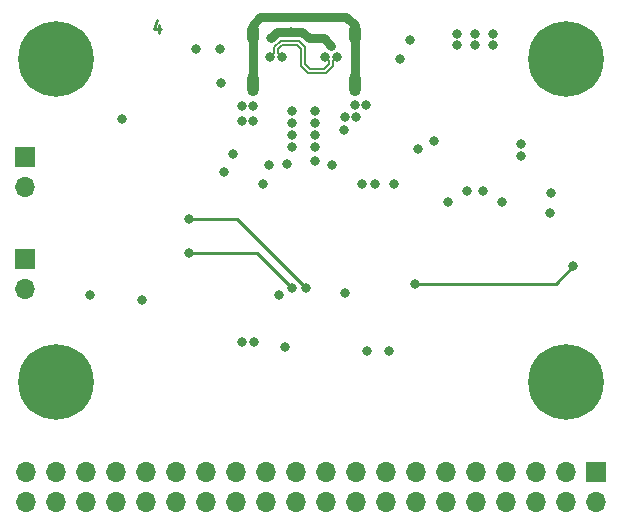
<source format=gbr>
%TF.GenerationSoftware,KiCad,Pcbnew,6.0.11-2627ca5db0~126~ubuntu20.04.1*%
%TF.CreationDate,2023-02-28T17:49:04+07:00*%
%TF.ProjectId,CY7C68013A-56-SSOP,43593743-3638-4303-9133-412d35362d53,rev?*%
%TF.SameCoordinates,Original*%
%TF.FileFunction,Copper,L4,Bot*%
%TF.FilePolarity,Positive*%
%FSLAX46Y46*%
G04 Gerber Fmt 4.6, Leading zero omitted, Abs format (unit mm)*
G04 Created by KiCad (PCBNEW 6.0.11-2627ca5db0~126~ubuntu20.04.1) date 2023-02-28 17:49:04*
%MOMM*%
%LPD*%
G01*
G04 APERTURE LIST*
%ADD10C,0.250000*%
%TA.AperFunction,NonConductor*%
%ADD11C,0.250000*%
%TD*%
%TA.AperFunction,ComponentPad*%
%ADD12C,0.800000*%
%TD*%
%TA.AperFunction,ComponentPad*%
%ADD13C,6.400000*%
%TD*%
%TA.AperFunction,ComponentPad*%
%ADD14R,1.700000X1.700000*%
%TD*%
%TA.AperFunction,ComponentPad*%
%ADD15O,1.700000X1.700000*%
%TD*%
%TA.AperFunction,ComponentPad*%
%ADD16O,1.000000X2.100000*%
%TD*%
%TA.AperFunction,ComponentPad*%
%ADD17O,1.000000X1.800000*%
%TD*%
%TA.AperFunction,ViaPad*%
%ADD18C,0.800000*%
%TD*%
%TA.AperFunction,Conductor*%
%ADD19C,0.800000*%
%TD*%
%TA.AperFunction,Conductor*%
%ADD20C,0.250000*%
%TD*%
%TA.AperFunction,Conductor*%
%ADD21C,0.150000*%
%TD*%
G04 APERTURE END LIST*
D10*
D11*
X127935676Y-80599914D02*
X127935676Y-81266580D01*
X127697580Y-80218961D02*
X127459485Y-80933247D01*
X128078533Y-80933247D01*
D12*
%TO.P,H2,1,1*%
%TO.N,GND*%
X119171800Y-85889324D03*
X117474744Y-85186380D03*
X121571800Y-83489324D03*
X116771800Y-83489324D03*
X120868856Y-81792268D03*
D13*
X119171800Y-83489324D03*
D12*
X117474744Y-81792268D03*
X119171800Y-81089324D03*
X120868856Y-85186380D03*
%TD*%
D13*
%TO.P,H4,1,1*%
%TO.N,GND*%
X119171800Y-110885200D03*
D12*
X117474744Y-109188144D03*
X119171800Y-113285200D03*
X120868856Y-112582256D03*
X117474744Y-112582256D03*
X119171800Y-108485200D03*
X116771800Y-110885200D03*
X121571800Y-110885200D03*
X120868856Y-109188144D03*
%TD*%
D14*
%TO.P,J1,1,Pin_1*%
%TO.N,Net-(J1-Pad1)*%
X116535200Y-91816000D03*
D15*
%TO.P,J1,2,Pin_2*%
%TO.N,+3V3*%
X116535200Y-94356000D03*
%TD*%
D12*
%TO.P,H3,1,1*%
%TO.N,GND*%
X159951800Y-83489324D03*
X160654744Y-85186380D03*
X164751800Y-83489324D03*
X162351800Y-85889324D03*
X164048856Y-81792268D03*
D13*
X162351800Y-83489324D03*
D12*
X160654744Y-81792268D03*
X162351800Y-81089324D03*
X164048856Y-85186380D03*
%TD*%
D14*
%TO.P,J2,1,Pin_1*%
%TO.N,+3V3*%
X116535200Y-100452000D03*
D15*
%TO.P,J2,2,Pin_2*%
%TO.N,Net-(J2-Pad2)*%
X116535200Y-102992000D03*
%TD*%
D14*
%TO.P,J4,1,Pin_1*%
%TO.N,VBUS*%
X164891800Y-118505200D03*
D15*
%TO.P,J4,2,Pin_2*%
%TO.N,GND*%
X164891800Y-121045200D03*
%TO.P,J4,3,Pin_3*%
%TO.N,+3V3*%
X162351800Y-118505200D03*
%TO.P,J4,4,Pin_4*%
%TO.N,/PD5*%
X162351800Y-121045200D03*
%TO.P,J4,5,Pin_5*%
%TO.N,/PD6*%
X159811800Y-118505200D03*
%TO.P,J4,6,Pin_6*%
%TO.N,/PD7*%
X159811800Y-121045200D03*
%TO.P,J4,7,Pin_7*%
%TO.N,/CLKOUT*%
X157271800Y-118505200D03*
%TO.P,J4,8,Pin_8*%
%TO.N,/RDY0*%
X157271800Y-121045200D03*
%TO.P,J4,9,Pin_9*%
%TO.N,/RDY1*%
X154731800Y-118505200D03*
%TO.P,J4,10,Pin_10*%
%TO.N,/PD4*%
X154731800Y-121045200D03*
%TO.P,J4,11,Pin_11*%
%TO.N,/PD3*%
X152191800Y-118505200D03*
%TO.P,J4,12,Pin_12*%
%TO.N,/PD2*%
X152191800Y-121045200D03*
%TO.P,J4,13,Pin_13*%
%TO.N,/PD1*%
X149651800Y-118505200D03*
%TO.P,J4,14,Pin_14*%
%TO.N,/PD0*%
X149651800Y-121045200D03*
%TO.P,J4,15,Pin_15*%
%TO.N,/RST*%
X147111800Y-118505200D03*
%TO.P,J4,16,Pin_16*%
%TO.N,/PA7*%
X147111800Y-121045200D03*
%TO.P,J4,17,Pin_17*%
%TO.N,/PA6*%
X144571800Y-118505200D03*
%TO.P,J4,18,Pin_18*%
%TO.N,/PA5*%
X144571800Y-121045200D03*
%TO.P,J4,19,Pin_19*%
%TO.N,/PA4*%
X142031800Y-118505200D03*
%TO.P,J4,20,Pin_20*%
%TO.N,/PA3*%
X142031800Y-121045200D03*
%TO.P,J4,21,Pin_21*%
%TO.N,/PA2*%
X139491800Y-118505200D03*
%TO.P,J4,22,Pin_22*%
%TO.N,/PA1*%
X139491800Y-121045200D03*
%TO.P,J4,23,Pin_23*%
%TO.N,/PA0*%
X136951800Y-118505200D03*
%TO.P,J4,24,Pin_24*%
%TO.N,/CTL2*%
X136951800Y-121045200D03*
%TO.P,J4,25,Pin_25*%
%TO.N,/CTL1*%
X134411800Y-118505200D03*
%TO.P,J4,26,Pin_26*%
%TO.N,/CTL0*%
X134411800Y-121045200D03*
%TO.P,J4,27,Pin_27*%
%TO.N,/PB7*%
X131871800Y-118505200D03*
%TO.P,J4,28,Pin_28*%
%TO.N,/PB6*%
X131871800Y-121045200D03*
%TO.P,J4,29,Pin_29*%
%TO.N,/PB5*%
X129331800Y-118505200D03*
%TO.P,J4,30,Pin_30*%
%TO.N,/PB4*%
X129331800Y-121045200D03*
%TO.P,J4,31,Pin_31*%
%TO.N,/IFCLK*%
X126791800Y-118505200D03*
%TO.P,J4,32,Pin_32*%
%TO.N,/PB0*%
X126791800Y-121045200D03*
%TO.P,J4,33,Pin_33*%
%TO.N,/PB1*%
X124251800Y-118505200D03*
%TO.P,J4,34,Pin_34*%
%TO.N,/PB2*%
X124251800Y-121045200D03*
%TO.P,J4,35,Pin_35*%
%TO.N,/PB3*%
X121711800Y-118505200D03*
%TO.P,J4,36,Pin_36*%
%TO.N,unconnected-(J4-Pad36)*%
X121711800Y-121045200D03*
%TO.P,J4,37,Pin_37*%
%TO.N,+3V3*%
X119171800Y-118505200D03*
%TO.P,J4,38,Pin_38*%
%TO.N,GND*%
X119171800Y-121045200D03*
%TO.P,J4,39,Pin_39*%
%TO.N,+3V3*%
X116631800Y-118505200D03*
%TO.P,J4,40,Pin_40*%
%TO.N,GND*%
X116631800Y-121045200D03*
%TD*%
D12*
%TO.P,H1,1,1*%
%TO.N,GND*%
X162351800Y-108485200D03*
D13*
X162351800Y-110885200D03*
D12*
X162351800Y-113285200D03*
X160654744Y-109188144D03*
X160654744Y-112582256D03*
X159951800Y-110885200D03*
X164048856Y-112582256D03*
X164751800Y-110885200D03*
X164048856Y-109188144D03*
%TD*%
D16*
%TO.P,J5,S1,SHIELD*%
%TO.N,Earth_Protective*%
X144451800Y-85579200D03*
X135811800Y-85579200D03*
D17*
X135811800Y-81379200D03*
X144451800Y-81379200D03*
%TD*%
D18*
%TO.N,GND*%
X143570200Y-89514200D03*
X149820200Y-91114200D03*
%TO.N,VBUS*%
X143620200Y-88389200D03*
X144574833Y-88408211D03*
X158520200Y-91714200D03*
X158520200Y-90689200D03*
X134920200Y-88714200D03*
X135820200Y-88714200D03*
%TO.N,GND*%
X141095200Y-90914200D03*
X151180800Y-90424000D03*
X139170200Y-90914200D03*
X144470200Y-87414200D03*
X137370200Y-81764200D03*
X155321000Y-94640400D03*
X133170200Y-85564200D03*
X126445200Y-103894200D03*
X141095200Y-89914200D03*
X138531600Y-107924600D03*
X133096000Y-82651600D03*
X139070200Y-81214200D03*
X153949400Y-94640400D03*
X135898903Y-107492800D03*
X143611600Y-103352600D03*
X139170200Y-87914200D03*
X156921200Y-95605600D03*
X140570200Y-81764200D03*
X147769137Y-94057925D03*
X139170200Y-89914200D03*
X160985200Y-96520000D03*
X135820200Y-87439200D03*
X134920200Y-87439200D03*
X141095200Y-87914200D03*
X145395200Y-87414200D03*
X145520200Y-108189200D03*
X136728800Y-94056200D03*
X142470200Y-82364200D03*
X139170200Y-88914200D03*
X145059400Y-94049498D03*
X148295200Y-83539200D03*
X142570200Y-92514200D03*
X141095200Y-88914200D03*
X134162800Y-91541600D03*
X149170200Y-81914200D03*
X152323800Y-95605600D03*
X137245200Y-92489200D03*
X124739400Y-88620600D03*
%TO.N,+3V3*%
X156135200Y-81356200D03*
X131038600Y-82626200D03*
X146151600Y-94081600D03*
X134899400Y-107492800D03*
X156135200Y-82356200D03*
X161112200Y-94818200D03*
X153135200Y-81356200D03*
X122035200Y-103494200D03*
X141071600Y-92125800D03*
X133426200Y-93065600D03*
X154635200Y-82356200D03*
X138709400Y-92354400D03*
X138049000Y-103449498D03*
X154635200Y-81356200D03*
X153135200Y-82356200D03*
X147345200Y-108214200D03*
%TO.N,/RST*%
X162941000Y-101041200D03*
X149580600Y-102514400D03*
%TO.N,/D-*%
X142970200Y-83303033D03*
X138320200Y-83314200D03*
%TO.N,/D+*%
X141970200Y-83303033D03*
X137320200Y-83314200D03*
%TO.N,/PA0*%
X139166600Y-102870000D03*
X130429000Y-99923600D03*
%TO.N,/PA1*%
X130429000Y-97078800D03*
X140309600Y-102870000D03*
%TD*%
D19*
%TO.N,GND*%
X139070200Y-81214200D02*
X137920200Y-81214200D01*
X137920200Y-81214200D02*
X137370200Y-81764200D01*
X140570200Y-81764200D02*
X141870200Y-81764200D01*
X141870200Y-81764200D02*
X142470200Y-82364200D01*
X139070200Y-81214200D02*
X140020200Y-81214200D01*
X140020200Y-81214200D02*
X140570200Y-81764200D01*
%TO.N,Earth_Protective*%
X135811800Y-81379200D02*
X135811800Y-80597600D01*
X135811800Y-80597600D02*
X136483400Y-79926000D01*
X136483400Y-79926000D02*
X143732000Y-79926000D01*
X143732000Y-79926000D02*
X144451800Y-80645800D01*
X144451800Y-80645800D02*
X144451800Y-81379200D01*
D20*
%TO.N,/RST*%
X161467800Y-102514400D02*
X162941000Y-101041200D01*
X149580600Y-102514400D02*
X161467800Y-102514400D01*
D19*
%TO.N,Earth_Protective*%
X144451800Y-85579200D02*
X144451800Y-81379200D01*
X135811800Y-85579200D02*
X135811800Y-81379200D01*
D21*
%TO.N,/D-*%
X142645200Y-83628033D02*
X142645200Y-84086688D01*
X140547712Y-84689200D02*
X139941343Y-84082831D01*
X138335250Y-82289200D02*
X137995200Y-82629250D01*
X142645200Y-84086688D02*
X142042688Y-84689200D01*
X139597712Y-82289200D02*
X138335250Y-82289200D01*
X137995200Y-82989200D02*
X138320200Y-83314200D01*
X137995200Y-82629250D02*
X137995200Y-82989200D01*
X142042688Y-84689200D02*
X140547712Y-84689200D01*
X142970200Y-83303033D02*
X142645200Y-83628033D01*
X139941343Y-84082831D02*
X139941343Y-82632831D01*
X139941343Y-82632831D02*
X139597712Y-82289200D01*
%TO.N,/D+*%
X141897712Y-84339200D02*
X140692688Y-84339200D01*
X142295200Y-83941712D02*
X141897712Y-84339200D01*
X137645200Y-82989200D02*
X137320200Y-83314200D01*
X137645200Y-82484274D02*
X137645200Y-82989200D01*
X139742688Y-81939200D02*
X138190274Y-81939200D01*
X140692688Y-84339200D02*
X140291343Y-83937855D01*
X140291343Y-83937855D02*
X140291343Y-82487855D01*
X140291343Y-82487855D02*
X139742688Y-81939200D01*
X142295200Y-83628033D02*
X142295200Y-83941712D01*
X141970200Y-83303033D02*
X142295200Y-83628033D01*
X138190274Y-81939200D02*
X137645200Y-82484274D01*
D20*
%TO.N,/PA0*%
X136220200Y-99923600D02*
X139166600Y-102870000D01*
X130429000Y-99923600D02*
X136220200Y-99923600D01*
%TO.N,/PA1*%
X130429000Y-97078800D02*
X134518400Y-97078800D01*
X134518400Y-97078800D02*
X140309600Y-102870000D01*
%TD*%
M02*

</source>
